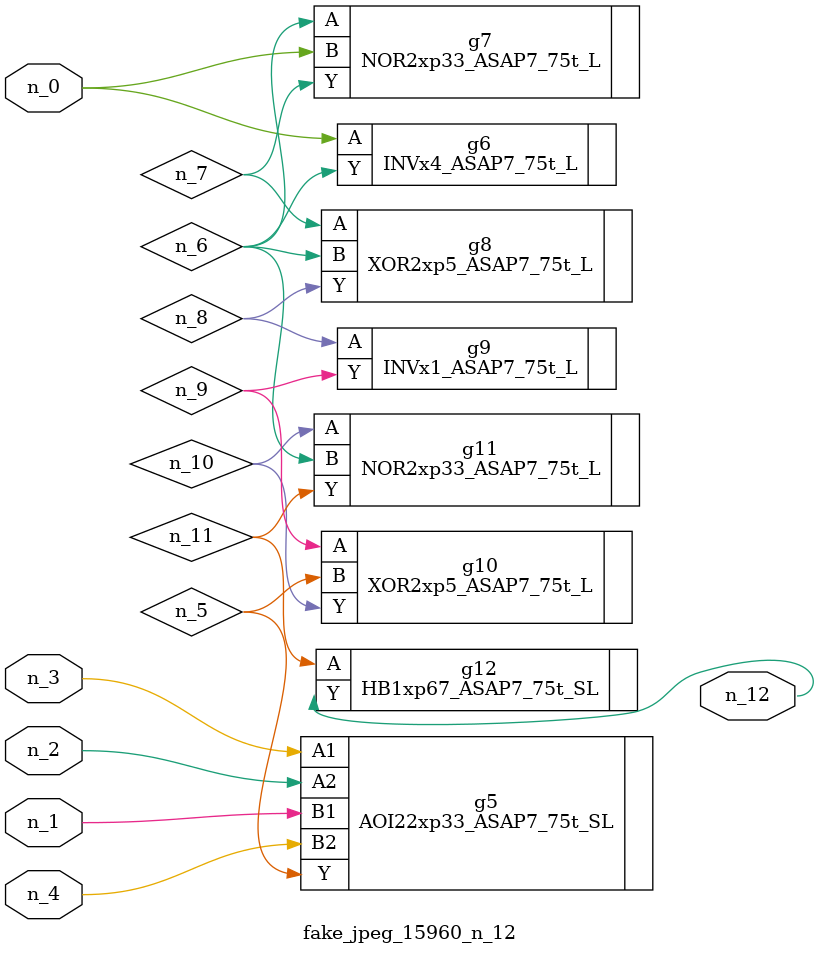
<source format=v>
module fake_jpeg_15960_n_12 (n_3, n_2, n_1, n_0, n_4, n_12);

input n_3;
input n_2;
input n_1;
input n_0;
input n_4;

output n_12;

wire n_11;
wire n_10;
wire n_8;
wire n_9;
wire n_6;
wire n_5;
wire n_7;

AOI22xp33_ASAP7_75t_SL g5 ( 
.A1(n_3),
.A2(n_2),
.B1(n_1),
.B2(n_4),
.Y(n_5)
);

INVx4_ASAP7_75t_L g6 ( 
.A(n_0),
.Y(n_6)
);

NOR2xp33_ASAP7_75t_L g7 ( 
.A(n_6),
.B(n_0),
.Y(n_7)
);

XOR2xp5_ASAP7_75t_L g8 ( 
.A(n_7),
.B(n_6),
.Y(n_8)
);

INVx1_ASAP7_75t_L g9 ( 
.A(n_8),
.Y(n_9)
);

XOR2xp5_ASAP7_75t_L g10 ( 
.A(n_9),
.B(n_5),
.Y(n_10)
);

NOR2xp33_ASAP7_75t_L g11 ( 
.A(n_10),
.B(n_6),
.Y(n_11)
);

HB1xp67_ASAP7_75t_SL g12 ( 
.A(n_11),
.Y(n_12)
);


endmodule
</source>
